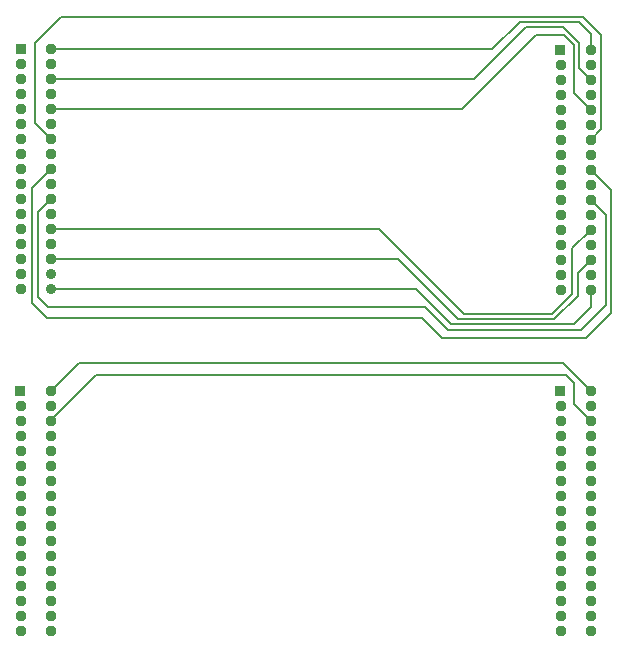
<source format=gbr>
%TF.GenerationSoftware,KiCad,Pcbnew,7.0.7*%
%TF.CreationDate,2023-09-12T23:40:55-05:00*%
%TF.ProjectId,Temps_South,54656d70-735f-4536-9f75-74682e6b6963,B*%
%TF.SameCoordinates,Original*%
%TF.FileFunction,Copper,L2,Bot*%
%TF.FilePolarity,Positive*%
%FSLAX46Y46*%
G04 Gerber Fmt 4.6, Leading zero omitted, Abs format (unit mm)*
G04 Created by KiCad (PCBNEW 7.0.7) date 2023-09-12 23:40:55*
%MOMM*%
%LPD*%
G01*
G04 APERTURE LIST*
%TA.AperFunction,ComponentPad*%
%ADD10R,0.940800X0.940800*%
%TD*%
%TA.AperFunction,ComponentPad*%
%ADD11C,0.940800*%
%TD*%
%TA.AperFunction,ComponentPad*%
%ADD12C,0.890000*%
%TD*%
%TA.AperFunction,Conductor*%
%ADD13C,0.200000*%
%TD*%
G04 APERTURE END LIST*
D10*
%TO.P,J2,1,Pin_1*%
%TO.N,/TD2_1*%
X93944440Y-79857600D03*
D11*
%TO.P,J2,2,Pin_2*%
%TO.N,/TD2_2*%
X96504760Y-79857600D03*
%TO.P,J2,3,Pin_3*%
%TO.N,unconnected-(J2-Pin_3-Pad3)*%
X93954600Y-81127600D03*
%TO.P,J2,4,Pin_4*%
%TO.N,unconnected-(J2-Pin_4-Pad4)*%
X96494600Y-81127600D03*
%TO.P,J2,5,Pin_5*%
%TO.N,/TD2_5*%
X93954600Y-82397600D03*
%TO.P,J2,6,Pin_6*%
%TO.N,/TD2_6*%
X96494600Y-82397600D03*
%TO.P,J2,7,Pin_7*%
%TO.N,unconnected-(J2-Pin_7-Pad7)*%
X93954600Y-83667600D03*
%TO.P,J2,8,Pin_8*%
%TO.N,unconnected-(J2-Pin_8-Pad8)*%
X96494600Y-83667600D03*
%TO.P,J2,9,Pin_9*%
%TO.N,/TD2_9*%
X93954600Y-84937600D03*
%TO.P,J2,10,Pin_10*%
%TO.N,/TD2_10*%
X96494600Y-84937600D03*
%TO.P,J2,11,Pin_11*%
%TO.N,/TD2_11*%
X93954600Y-86207600D03*
%TO.P,J2,12,Pin_12*%
%TO.N,unconnected-(J2-Pin_12-Pad12)*%
X96494600Y-86207600D03*
%TO.P,J2,13,Pin_13*%
%TO.N,unconnected-(J2-Pin_13-Pad13)*%
X93954600Y-87477600D03*
%TO.P,J2,14,Pin_14*%
%TO.N,unconnected-(J2-Pin_14-Pad14)*%
X96494600Y-87477600D03*
%TO.P,J2,15,Pin_15*%
%TO.N,unconnected-(J2-Pin_15-Pad15)*%
X93954600Y-88747600D03*
%TO.P,J2,16,Pin_16*%
%TO.N,unconnected-(J2-Pin_16-Pad16)*%
X96494600Y-88747600D03*
%TO.P,J2,17,Pin_17*%
%TO.N,unconnected-(J2-Pin_17-Pad17)*%
X93954600Y-90017600D03*
%TO.P,J2,18,Pin_18*%
%TO.N,unconnected-(J2-Pin_18-Pad18)*%
X96494600Y-90017600D03*
%TO.P,J2,19,Pin_19*%
%TO.N,unconnected-(J2-Pin_19-Pad19)*%
X93954600Y-91287600D03*
%TO.P,J2,20,Pin_20*%
%TO.N,unconnected-(J2-Pin_20-Pad20)*%
X96494600Y-91287600D03*
%TO.P,J2,21,Pin_21*%
%TO.N,unconnected-(J2-Pin_21-Pad21)*%
X93954600Y-92557600D03*
%TO.P,J2,22,Pin_22*%
%TO.N,unconnected-(J2-Pin_22-Pad22)*%
X96494600Y-92557600D03*
%TO.P,J2,23,Pin_23*%
%TO.N,unconnected-(J2-Pin_23-Pad23)*%
X93954600Y-93827600D03*
%TO.P,J2,24,Pin_24*%
%TO.N,unconnected-(J2-Pin_24-Pad24)*%
X96494600Y-93827600D03*
%TO.P,J2,25,Pin_25*%
%TO.N,unconnected-(J2-Pin_25-Pad25)*%
X93954600Y-95097600D03*
%TO.P,J2,26,Pin_26*%
%TO.N,unconnected-(J2-Pin_26-Pad26)*%
X96494600Y-95097600D03*
%TO.P,J2,27,Pin_27*%
%TO.N,unconnected-(J2-Pin_27-Pad27)*%
X93954600Y-96367600D03*
%TO.P,J2,28,Pin_28*%
%TO.N,unconnected-(J2-Pin_28-Pad28)*%
X96494600Y-96367600D03*
%TO.P,J2,29,Pin_29*%
%TO.N,unconnected-(J2-Pin_29-Pad29)*%
X93954600Y-97637600D03*
%TO.P,J2,30,Pin_30*%
%TO.N,unconnected-(J2-Pin_30-Pad30)*%
X96494600Y-97637600D03*
%TO.P,J2,31,Pin_31*%
%TO.N,unconnected-(J2-Pin_31-Pad31)*%
X93954600Y-98907600D03*
%TO.P,J2,32,Pin_32*%
%TO.N,unconnected-(J2-Pin_32-Pad32)*%
X96494600Y-98907600D03*
%TO.P,J2,33,Pin_33*%
%TO.N,unconnected-(J2-Pin_33-Pad33)*%
X93954600Y-100177600D03*
%TO.P,J2,34,Pin_34*%
%TO.N,unconnected-(J2-Pin_34-Pad34)*%
X96494600Y-100177600D03*
%TD*%
D10*
%TO.P,J3,1,Pin_1*%
%TO.N,/TD1_1+*%
X139664440Y-50952400D03*
D11*
%TO.P,J3,2,Pin_2*%
%TO.N,/TD1_1-*%
X142224760Y-50952400D03*
%TO.P,J3,3,Pin_3*%
%TO.N,unconnected-(J3-Pin_3-Pad3)*%
X139674600Y-52222400D03*
%TO.P,J3,4,Pin_4*%
%TO.N,unconnected-(J3-Pin_4-Pad4)*%
X142214600Y-52222400D03*
%TO.P,J3,5,Pin_5*%
%TO.N,/TD1_5*%
X139674600Y-53492400D03*
%TO.P,J3,6,Pin_6*%
%TO.N,/TD1_6*%
X142214600Y-53492400D03*
%TO.P,J3,7,Pin_7*%
%TO.N,unconnected-(J3-Pin_7-Pad7)*%
X139674600Y-54762400D03*
%TO.P,J3,8,Pin_8*%
%TO.N,unconnected-(J3-Pin_8-Pad8)*%
X142214600Y-54762400D03*
%TO.P,J3,9,Pin_9*%
%TO.N,/TD1_9*%
X139674600Y-56032400D03*
%TO.P,J3,10,Pin_10*%
%TO.N,/TD1_10*%
X142214600Y-56032400D03*
%TO.P,J3,11,Pin_11*%
%TO.N,unconnected-(J3-Pin_11-Pad11)*%
X139674600Y-57302400D03*
%TO.P,J3,12,Pin_12*%
%TO.N,unconnected-(J3-Pin_12-Pad12)*%
X142214600Y-57302400D03*
%TO.P,J3,13,Pin_13*%
%TO.N,/TD1_13*%
X139674600Y-58572400D03*
%TO.P,J3,14,Pin_14*%
%TO.N,/TD1_14*%
X142214600Y-58572400D03*
%TO.P,J3,15,Pin_15*%
%TO.N,unconnected-(J3-Pin_15-Pad15)*%
X139674600Y-59842400D03*
%TO.P,J3,16,Pin_16*%
%TO.N,unconnected-(J3-Pin_16-Pad16)*%
X142214600Y-59842400D03*
%TO.P,J3,17,Pin_17*%
%TO.N,/TD1_17*%
X139674600Y-61112400D03*
%TO.P,J3,18,Pin_18*%
%TO.N,/TD1_18*%
X142214600Y-61112400D03*
%TO.P,J3,19,Pin_19*%
%TO.N,unconnected-(J3-Pin_19-Pad19)*%
X139674600Y-62382400D03*
%TO.P,J3,20,Pin_20*%
%TO.N,unconnected-(J3-Pin_20-Pad20)*%
X142214600Y-62382400D03*
%TO.P,J3,21,Pin_21*%
%TO.N,/TD1_21*%
X139674600Y-63652400D03*
%TO.P,J3,22,Pin_22*%
%TO.N,/TD1_22*%
X142214600Y-63652400D03*
%TO.P,J3,23,Pin_23*%
%TO.N,unconnected-(J3-Pin_23-Pad23)*%
X139674600Y-64922400D03*
%TO.P,J3,24,Pin_24*%
%TO.N,unconnected-(J3-Pin_24-Pad24)*%
X142214600Y-64922400D03*
%TO.P,J3,25,Pin_25*%
%TO.N,/TD1_25*%
X139674600Y-66192400D03*
%TO.P,J3,26,Pin_26*%
%TO.N,/TD1_26*%
X142214600Y-66192400D03*
%TO.P,J3,27,Pin_27*%
%TO.N,unconnected-(J3-Pin_27-Pad27)*%
X139674600Y-67462400D03*
%TO.P,J3,28,Pin_28*%
%TO.N,unconnected-(J3-Pin_28-Pad28)*%
X142214600Y-67462400D03*
%TO.P,J3,29,Pin_29*%
%TO.N,/TD1_29*%
X139674600Y-68732400D03*
%TO.P,J3,30,Pin_30*%
%TO.N,/TD1_30*%
X142214600Y-68732400D03*
%TO.P,J3,31,Pin_31*%
%TO.N,unconnected-(J3-Pin_31-Pad31)*%
X139674600Y-70002400D03*
%TO.P,J3,32,Pin_32*%
%TO.N,unconnected-(J3-Pin_32-Pad32)*%
X142214600Y-70002400D03*
%TO.P,J3,33,Pin_33*%
%TO.N,/TD1_33*%
X139674600Y-71272400D03*
%TO.P,J3,34,Pin_34*%
%TO.N,/TD1_34*%
X142214600Y-71272400D03*
%TD*%
D10*
%TO.P,J4,1,Pin_1*%
%TO.N,/TD2_1*%
X139659840Y-79857600D03*
D11*
%TO.P,J4,2,Pin_2*%
%TO.N,/TD2_2*%
X142220160Y-79857600D03*
%TO.P,J4,3,Pin_3*%
%TO.N,unconnected-(J4-Pin_3-Pad3)*%
X139670000Y-81127600D03*
%TO.P,J4,4,Pin_4*%
%TO.N,unconnected-(J4-Pin_4-Pad4)*%
X142210000Y-81127600D03*
%TO.P,J4,5,Pin_5*%
%TO.N,/TD2_5*%
X139670000Y-82397600D03*
%TO.P,J4,6,Pin_6*%
%TO.N,/TD2_6*%
X142210000Y-82397600D03*
%TO.P,J4,7,Pin_7*%
%TO.N,unconnected-(J4-Pin_7-Pad7)*%
X139670000Y-83667600D03*
%TO.P,J4,8,Pin_8*%
%TO.N,unconnected-(J4-Pin_8-Pad8)*%
X142210000Y-83667600D03*
%TO.P,J4,9,Pin_9*%
%TO.N,/TD2_10*%
X139670000Y-84937600D03*
%TO.P,J4,10,Pin_10*%
%TO.N,/TD2_9*%
X142210000Y-84937600D03*
%TO.P,J4,11,Pin_11*%
%TO.N,unconnected-(J4-Pin_11-Pad11)*%
X139670000Y-86207600D03*
%TO.P,J4,12,Pin_12*%
%TO.N,/TD2_11*%
X142210000Y-86207600D03*
%TO.P,J4,13,Pin_13*%
%TO.N,unconnected-(J4-Pin_13-Pad13)*%
X139670000Y-87477600D03*
%TO.P,J4,14,Pin_14*%
%TO.N,unconnected-(J4-Pin_14-Pad14)*%
X142210000Y-87477600D03*
%TO.P,J4,15,Pin_15*%
%TO.N,unconnected-(J4-Pin_15-Pad15)*%
X139670000Y-88747600D03*
%TO.P,J4,16,Pin_16*%
%TO.N,unconnected-(J4-Pin_16-Pad16)*%
X142210000Y-88747600D03*
%TO.P,J4,17,Pin_17*%
%TO.N,unconnected-(J4-Pin_17-Pad17)*%
X139670000Y-90017600D03*
%TO.P,J4,18,Pin_18*%
%TO.N,unconnected-(J4-Pin_18-Pad18)*%
X142210000Y-90017600D03*
%TO.P,J4,19,Pin_19*%
%TO.N,unconnected-(J4-Pin_19-Pad19)*%
X139670000Y-91287600D03*
%TO.P,J4,20,Pin_20*%
%TO.N,unconnected-(J4-Pin_20-Pad20)*%
X142210000Y-91287600D03*
%TO.P,J4,21,Pin_21*%
%TO.N,unconnected-(J4-Pin_21-Pad21)*%
X139670000Y-92557600D03*
%TO.P,J4,22,Pin_22*%
%TO.N,unconnected-(J4-Pin_22-Pad22)*%
X142210000Y-92557600D03*
%TO.P,J4,23,Pin_23*%
%TO.N,unconnected-(J4-Pin_23-Pad23)*%
X139670000Y-93827600D03*
%TO.P,J4,24,Pin_24*%
%TO.N,unconnected-(J4-Pin_24-Pad24)*%
X142210000Y-93827600D03*
%TO.P,J4,25,Pin_25*%
%TO.N,unconnected-(J4-Pin_25-Pad25)*%
X139670000Y-95097600D03*
%TO.P,J4,26,Pin_26*%
%TO.N,unconnected-(J4-Pin_26-Pad26)*%
X142210000Y-95097600D03*
%TO.P,J4,27,Pin_27*%
%TO.N,unconnected-(J4-Pin_27-Pad27)*%
X139670000Y-96367600D03*
%TO.P,J4,28,Pin_28*%
%TO.N,unconnected-(J4-Pin_28-Pad28)*%
X142210000Y-96367600D03*
%TO.P,J4,29,Pin_29*%
%TO.N,unconnected-(J4-Pin_29-Pad29)*%
X139670000Y-97637600D03*
%TO.P,J4,30,Pin_30*%
%TO.N,unconnected-(J4-Pin_30-Pad30)*%
X142210000Y-97637600D03*
%TO.P,J4,31,Pin_31*%
%TO.N,unconnected-(J4-Pin_31-Pad31)*%
X139670000Y-98907600D03*
%TO.P,J4,32,Pin_32*%
%TO.N,unconnected-(J4-Pin_32-Pad32)*%
X142210000Y-98907600D03*
%TO.P,J4,33,Pin_33*%
%TO.N,unconnected-(J4-Pin_33-Pad33)*%
X139670000Y-100177600D03*
%TO.P,J4,34,Pin_34*%
%TO.N,unconnected-(J4-Pin_34-Pad34)*%
X142210000Y-100177600D03*
%TD*%
D10*
%TO.P,J1,1,Pin_1*%
%TO.N,/TD1_1+*%
X93969840Y-50901600D03*
D11*
%TO.P,J1,2,Pin_2*%
%TO.N,/TD1_1-*%
X96530160Y-50901600D03*
%TO.P,J1,3,Pin_3*%
%TO.N,unconnected-(J1-Pin_3-Pad3)*%
X93980000Y-52171600D03*
%TO.P,J1,4,Pin_4*%
%TO.N,unconnected-(J1-Pin_4-Pad4)*%
X96520000Y-52171600D03*
%TO.P,J1,5,Pin_5*%
%TO.N,/TD1_5*%
X93980000Y-53441600D03*
%TO.P,J1,6,Pin_6*%
%TO.N,/TD1_6*%
X96520000Y-53441600D03*
%TO.P,J1,7,Pin_7*%
%TO.N,unconnected-(J1-Pin_7-Pad7)*%
X93980000Y-54711600D03*
%TO.P,J1,8,Pin_8*%
%TO.N,unconnected-(J1-Pin_8-Pad8)*%
X96520000Y-54711600D03*
%TO.P,J1,9,Pin_9*%
%TO.N,/TD1_9*%
X93980000Y-55981600D03*
%TO.P,J1,10,Pin_10*%
%TO.N,/TD1_10*%
X96520000Y-55981600D03*
%TO.P,J1,11,Pin_11*%
%TO.N,unconnected-(J1-Pin_11-Pad11)*%
X93980000Y-57251600D03*
%TO.P,J1,12,Pin_12*%
%TO.N,unconnected-(J1-Pin_12-Pad12)*%
X96520000Y-57251600D03*
%TO.P,J1,13,Pin_13*%
%TO.N,/TD1_13*%
X93980000Y-58521600D03*
%TO.P,J1,14,Pin_14*%
%TO.N,/TD1_14*%
X96520000Y-58521600D03*
%TO.P,J1,15,Pin_15*%
%TO.N,unconnected-(J1-Pin_15-Pad15)*%
X93980000Y-59791600D03*
%TO.P,J1,16,Pin_16*%
%TO.N,unconnected-(J1-Pin_16-Pad16)*%
X96520000Y-59791600D03*
%TO.P,J1,17,Pin_17*%
%TO.N,/TD1_17*%
X93980000Y-61061600D03*
%TO.P,J1,18,Pin_18*%
%TO.N,/TD1_18*%
X96520000Y-61061600D03*
%TO.P,J1,19,Pin_19*%
%TO.N,unconnected-(J1-Pin_19-Pad19)*%
X93980000Y-62331600D03*
%TO.P,J1,20,Pin_20*%
%TO.N,unconnected-(J1-Pin_20-Pad20)*%
X96520000Y-62331600D03*
%TO.P,J1,21,Pin_21*%
%TO.N,/TD1_21*%
X93980000Y-63601600D03*
%TO.P,J1,22,Pin_22*%
%TO.N,/TD1_22*%
X96520000Y-63601600D03*
%TO.P,J1,23,Pin_23*%
%TO.N,unconnected-(J1-Pin_23-Pad23)*%
X93980000Y-64871600D03*
%TO.P,J1,24,Pin_24*%
%TO.N,unconnected-(J1-Pin_24-Pad24)*%
X96520000Y-64871600D03*
%TO.P,J1,25,Pin_25*%
%TO.N,/TD1_25*%
X93980000Y-66141600D03*
%TO.P,J1,26,Pin_26*%
%TO.N,/TD1_26*%
X96520000Y-66141600D03*
%TO.P,J1,27,Pin_27*%
%TO.N,unconnected-(J1-Pin_27-Pad27)*%
X93980000Y-67411600D03*
%TO.P,J1,28,Pin_28*%
%TO.N,unconnected-(J1-Pin_28-Pad28)*%
X96520000Y-67411600D03*
%TO.P,J1,29,Pin_29*%
%TO.N,/TD1_29*%
X93980000Y-68681600D03*
%TO.P,J1,30,Pin_30*%
%TO.N,/TD1_30*%
X96520000Y-68681600D03*
%TO.P,J1,31,Pin_31*%
%TO.N,unconnected-(J1-Pin_31-Pad31)*%
X93980000Y-69951600D03*
D12*
%TO.P,J1,32,Pin_32*%
%TO.N,unconnected-(J1-Pin_32-Pad32)*%
X96520000Y-69951600D03*
D11*
%TO.P,J1,33,Pin_33*%
%TO.N,/TD1_33*%
X93980000Y-71221600D03*
D12*
%TO.P,J1,34,Pin_34*%
%TO.N,/TD1_34*%
X96520000Y-71221600D03*
%TD*%
D13*
%TO.N,/TD2_6*%
X96494600Y-82300400D02*
X96494600Y-82397600D01*
X140807400Y-79187600D02*
X140107400Y-78487600D01*
X100307400Y-78487600D02*
X96494600Y-82300400D01*
X140807400Y-80995000D02*
X140807400Y-79187600D01*
X142210000Y-82397600D02*
X140807400Y-80995000D01*
X140107400Y-78487600D02*
X100307400Y-78487600D01*
%TO.N,/TD2_2*%
X139850160Y-77487600D02*
X142220160Y-79857600D01*
X98907400Y-77487600D02*
X139850160Y-77487600D01*
X96537400Y-79857600D02*
X98907400Y-77487600D01*
X96504760Y-79857600D02*
X96537400Y-79857600D01*
%TO.N,/TD1_6*%
X132353400Y-53441600D02*
X96520000Y-53441600D01*
X141207400Y-50387600D02*
X139907400Y-49087600D01*
X136707400Y-49087600D02*
X132353400Y-53441600D01*
X139907400Y-49087600D02*
X136707400Y-49087600D01*
X142214600Y-53492400D02*
X141207400Y-52485200D01*
X141207400Y-52485200D02*
X141207400Y-50387600D01*
%TO.N,/TD1_10*%
X137607400Y-49687600D02*
X139940440Y-49687600D01*
X140807400Y-54625200D02*
X142214600Y-56032400D01*
X139940440Y-49687600D02*
X140807400Y-50554560D01*
X96520000Y-55981600D02*
X131313400Y-55981600D01*
X140807400Y-50554560D02*
X140807400Y-54625200D01*
X131313400Y-55981600D02*
X137607400Y-49687600D01*
%TO.N,/TD1_14*%
X141607400Y-48187600D02*
X97407400Y-48187600D01*
X95207400Y-50387600D02*
X95207400Y-57209000D01*
X143107400Y-49687600D02*
X141607400Y-48187600D01*
X142214600Y-58572400D02*
X143107400Y-57679600D01*
X95207400Y-57209000D02*
X96520000Y-58521600D01*
X143107400Y-57679600D02*
X143107400Y-49687600D01*
X97407400Y-48187600D02*
X95207400Y-50387600D01*
%TO.N,/TD1_18*%
X96207400Y-73687600D02*
X127907400Y-73687600D01*
X94907400Y-72387600D02*
X96207400Y-73687600D01*
X143907400Y-73287600D02*
X143907400Y-62805200D01*
X143907400Y-62805200D02*
X142214600Y-61112400D01*
X129607400Y-75387600D02*
X141807400Y-75387600D01*
X141807400Y-75387600D02*
X143907400Y-73287600D01*
X94907400Y-62674200D02*
X94907400Y-72387600D01*
X127907400Y-73687600D02*
X129607400Y-75387600D01*
X96520000Y-61061600D02*
X94907400Y-62674200D01*
%TO.N,/TD1_22*%
X143507400Y-64945200D02*
X142214600Y-63652400D01*
X95407400Y-71887600D02*
X96307400Y-72787600D01*
X95407400Y-64714200D02*
X95407400Y-71887600D01*
X130107400Y-74687600D02*
X141407400Y-74687600D01*
X141407400Y-74687600D02*
X143507400Y-72587600D01*
X128207400Y-72787600D02*
X130107400Y-74687600D01*
X143507400Y-72587600D02*
X143507400Y-64945200D01*
X96307400Y-72787600D02*
X128207400Y-72787600D01*
X96520000Y-63601600D02*
X95407400Y-64714200D01*
%TO.N,/TD1_26*%
X138941714Y-73387600D02*
X140674557Y-71654757D01*
X124261400Y-66141600D02*
X131507400Y-73387600D01*
X131507400Y-73387600D02*
X138941714Y-73387600D01*
X140674557Y-67732443D02*
X142214600Y-66192400D01*
X96520000Y-66141600D02*
X124261400Y-66141600D01*
X140674557Y-71654757D02*
X140674557Y-67732443D01*
%TO.N,/TD1_30*%
X125901400Y-68681600D02*
X96520000Y-68681600D01*
X139107400Y-73787600D02*
X131007400Y-73787600D01*
X141107400Y-71787600D02*
X139107400Y-73787600D01*
X131007400Y-73787600D02*
X125901400Y-68681600D01*
X141107400Y-69839600D02*
X141107400Y-71787600D01*
X142214600Y-68732400D02*
X141107400Y-69839600D01*
%TO.N,/TD1_34*%
X142214600Y-72780400D02*
X140807400Y-74187600D01*
X140807400Y-74187600D02*
X130407400Y-74187600D01*
X142214600Y-71272400D02*
X142214600Y-72780400D01*
X127441400Y-71221600D02*
X96520000Y-71221600D01*
X130407400Y-74187600D02*
X127441400Y-71221600D01*
%TO.N,/TD2_2*%
X96504760Y-79857600D02*
X96674760Y-79687600D01*
%TO.N,/TD2_6*%
X142210000Y-82397600D02*
X141917400Y-82397600D01*
%TO.N,/TD1_1-*%
X142224760Y-49604960D02*
X142224760Y-50952400D01*
X96530160Y-50901600D02*
X133893400Y-50901600D01*
X141207400Y-48587600D02*
X142224760Y-49604960D01*
X133893400Y-50901600D02*
X136207400Y-48587600D01*
X136207400Y-48587600D02*
X141207400Y-48587600D01*
%TD*%
M02*

</source>
